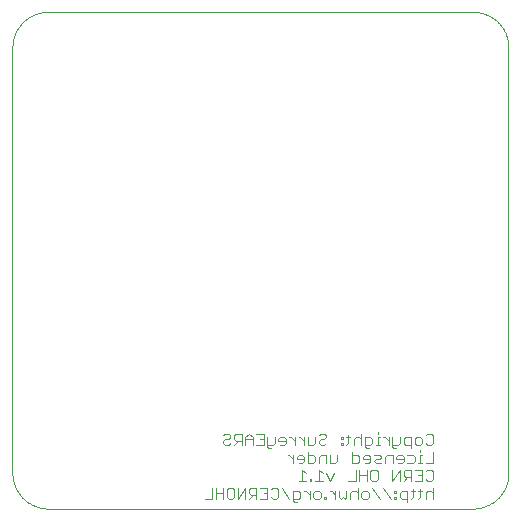
<source format=gbo>
G75*
%MOIN*%
%OFA0B0*%
%FSLAX25Y25*%
%IPPOS*%
%LPD*%
%AMOC8*
5,1,8,0,0,1.08239X$1,22.5*
%
%ADD10C,0.00000*%
%ADD11C,0.00300*%
D10*
X0012831Y0001000D02*
X0154563Y0001000D01*
X0154563Y0000999D02*
X0154851Y0001005D01*
X0155139Y0001018D01*
X0155426Y0001038D01*
X0155712Y0001065D01*
X0155998Y0001098D01*
X0156283Y0001139D01*
X0156567Y0001186D01*
X0156850Y0001240D01*
X0157131Y0001301D01*
X0157411Y0001369D01*
X0157689Y0001444D01*
X0157965Y0001525D01*
X0158239Y0001613D01*
X0158511Y0001707D01*
X0158780Y0001808D01*
X0159047Y0001916D01*
X0159312Y0002030D01*
X0159573Y0002150D01*
X0159831Y0002277D01*
X0160087Y0002409D01*
X0160339Y0002548D01*
X0160588Y0002693D01*
X0160833Y0002844D01*
X0161074Y0003001D01*
X0161311Y0003164D01*
X0161545Y0003332D01*
X0161774Y0003506D01*
X0161999Y0003685D01*
X0162220Y0003870D01*
X0162436Y0004060D01*
X0162648Y0004255D01*
X0162854Y0004455D01*
X0163056Y0004660D01*
X0163253Y0004870D01*
X0163445Y0005085D01*
X0163631Y0005304D01*
X0163812Y0005528D01*
X0163988Y0005756D01*
X0164158Y0005988D01*
X0164322Y0006225D01*
X0164481Y0006465D01*
X0164634Y0006709D01*
X0164781Y0006956D01*
X0164921Y0007207D01*
X0165056Y0007461D01*
X0165185Y0007719D01*
X0165307Y0007980D01*
X0165423Y0008243D01*
X0165532Y0008509D01*
X0165636Y0008778D01*
X0165732Y0009049D01*
X0165822Y0009322D01*
X0165905Y0009598D01*
X0165982Y0009875D01*
X0166052Y0010154D01*
X0166115Y0010435D01*
X0166172Y0010717D01*
X0166221Y0011001D01*
X0166264Y0011286D01*
X0166300Y0011571D01*
X0166328Y0011858D01*
X0166350Y0012144D01*
X0166365Y0012432D01*
X0166373Y0012720D01*
X0166375Y0013007D01*
X0166374Y0013008D02*
X0166374Y0154740D01*
X0166371Y0155025D01*
X0166360Y0155311D01*
X0166343Y0155596D01*
X0166319Y0155880D01*
X0166288Y0156164D01*
X0166250Y0156447D01*
X0166205Y0156728D01*
X0166154Y0157009D01*
X0166096Y0157289D01*
X0166031Y0157567D01*
X0165959Y0157843D01*
X0165881Y0158117D01*
X0165796Y0158390D01*
X0165704Y0158660D01*
X0165606Y0158928D01*
X0165502Y0159194D01*
X0165391Y0159457D01*
X0165274Y0159717D01*
X0165151Y0159975D01*
X0165021Y0160229D01*
X0164885Y0160480D01*
X0164744Y0160728D01*
X0164596Y0160972D01*
X0164443Y0161213D01*
X0164283Y0161449D01*
X0164118Y0161682D01*
X0163948Y0161911D01*
X0163772Y0162136D01*
X0163590Y0162356D01*
X0163404Y0162572D01*
X0163212Y0162783D01*
X0163015Y0162990D01*
X0162813Y0163192D01*
X0162606Y0163389D01*
X0162395Y0163581D01*
X0162179Y0163767D01*
X0161959Y0163949D01*
X0161734Y0164125D01*
X0161505Y0164295D01*
X0161272Y0164460D01*
X0161036Y0164620D01*
X0160795Y0164773D01*
X0160551Y0164921D01*
X0160303Y0165062D01*
X0160052Y0165198D01*
X0159798Y0165328D01*
X0159540Y0165451D01*
X0159280Y0165568D01*
X0159017Y0165679D01*
X0158751Y0165783D01*
X0158483Y0165881D01*
X0158213Y0165973D01*
X0157940Y0166058D01*
X0157666Y0166136D01*
X0157390Y0166208D01*
X0157112Y0166273D01*
X0156832Y0166331D01*
X0156551Y0166382D01*
X0156270Y0166427D01*
X0155987Y0166465D01*
X0155703Y0166496D01*
X0155419Y0166520D01*
X0155134Y0166537D01*
X0154848Y0166548D01*
X0154563Y0166551D01*
X0012831Y0166551D01*
X0012546Y0166548D01*
X0012260Y0166537D01*
X0011975Y0166520D01*
X0011691Y0166496D01*
X0011407Y0166465D01*
X0011124Y0166427D01*
X0010843Y0166382D01*
X0010562Y0166331D01*
X0010282Y0166273D01*
X0010004Y0166208D01*
X0009728Y0166136D01*
X0009454Y0166058D01*
X0009181Y0165973D01*
X0008911Y0165881D01*
X0008643Y0165783D01*
X0008377Y0165679D01*
X0008114Y0165568D01*
X0007854Y0165451D01*
X0007596Y0165328D01*
X0007342Y0165198D01*
X0007091Y0165062D01*
X0006843Y0164921D01*
X0006599Y0164773D01*
X0006358Y0164620D01*
X0006122Y0164460D01*
X0005889Y0164295D01*
X0005660Y0164125D01*
X0005435Y0163949D01*
X0005215Y0163767D01*
X0004999Y0163581D01*
X0004788Y0163389D01*
X0004581Y0163192D01*
X0004379Y0162990D01*
X0004182Y0162783D01*
X0003990Y0162572D01*
X0003804Y0162356D01*
X0003622Y0162136D01*
X0003446Y0161911D01*
X0003276Y0161682D01*
X0003111Y0161449D01*
X0002951Y0161213D01*
X0002798Y0160972D01*
X0002650Y0160728D01*
X0002509Y0160480D01*
X0002373Y0160229D01*
X0002243Y0159975D01*
X0002120Y0159717D01*
X0002003Y0159457D01*
X0001892Y0159194D01*
X0001788Y0158928D01*
X0001690Y0158660D01*
X0001598Y0158390D01*
X0001513Y0158117D01*
X0001435Y0157843D01*
X0001363Y0157567D01*
X0001298Y0157289D01*
X0001240Y0157009D01*
X0001189Y0156728D01*
X0001144Y0156447D01*
X0001106Y0156164D01*
X0001075Y0155880D01*
X0001051Y0155596D01*
X0001034Y0155311D01*
X0001023Y0155025D01*
X0001020Y0154740D01*
X0001020Y0013008D01*
X0001019Y0013007D02*
X0001021Y0012720D01*
X0001029Y0012432D01*
X0001044Y0012144D01*
X0001066Y0011858D01*
X0001094Y0011571D01*
X0001130Y0011286D01*
X0001173Y0011001D01*
X0001222Y0010717D01*
X0001279Y0010435D01*
X0001342Y0010154D01*
X0001412Y0009875D01*
X0001489Y0009598D01*
X0001572Y0009322D01*
X0001662Y0009049D01*
X0001758Y0008778D01*
X0001862Y0008509D01*
X0001971Y0008243D01*
X0002087Y0007980D01*
X0002209Y0007719D01*
X0002338Y0007461D01*
X0002473Y0007207D01*
X0002613Y0006956D01*
X0002760Y0006709D01*
X0002913Y0006465D01*
X0003072Y0006225D01*
X0003236Y0005988D01*
X0003406Y0005756D01*
X0003582Y0005528D01*
X0003763Y0005304D01*
X0003949Y0005085D01*
X0004141Y0004870D01*
X0004338Y0004660D01*
X0004540Y0004455D01*
X0004746Y0004255D01*
X0004958Y0004060D01*
X0005174Y0003870D01*
X0005395Y0003685D01*
X0005620Y0003506D01*
X0005849Y0003332D01*
X0006083Y0003164D01*
X0006320Y0003001D01*
X0006561Y0002844D01*
X0006806Y0002693D01*
X0007055Y0002548D01*
X0007307Y0002409D01*
X0007563Y0002277D01*
X0007821Y0002150D01*
X0008082Y0002030D01*
X0008347Y0001916D01*
X0008614Y0001808D01*
X0008883Y0001707D01*
X0009155Y0001613D01*
X0009429Y0001525D01*
X0009705Y0001444D01*
X0009983Y0001369D01*
X0010263Y0001301D01*
X0010544Y0001240D01*
X0010827Y0001186D01*
X0011111Y0001139D01*
X0011396Y0001098D01*
X0011682Y0001065D01*
X0011968Y0001038D01*
X0012255Y0001018D01*
X0012543Y0001005D01*
X0012831Y0000999D01*
D11*
X0065092Y0004300D02*
X0067561Y0004300D01*
X0067561Y0008003D01*
X0068776Y0008003D02*
X0068776Y0004300D01*
X0068776Y0006151D02*
X0071244Y0006151D01*
X0072459Y0004917D02*
X0072459Y0007386D01*
X0073076Y0008003D01*
X0074310Y0008003D01*
X0074927Y0007386D01*
X0074927Y0004917D01*
X0074310Y0004300D01*
X0073076Y0004300D01*
X0072459Y0004917D01*
X0071244Y0004300D02*
X0071244Y0008003D01*
X0076142Y0008003D02*
X0076142Y0004300D01*
X0078611Y0008003D01*
X0078611Y0004300D01*
X0079825Y0004300D02*
X0081059Y0005534D01*
X0080442Y0005534D02*
X0082294Y0005534D01*
X0082294Y0004300D02*
X0082294Y0008003D01*
X0080442Y0008003D01*
X0079825Y0007386D01*
X0079825Y0006151D01*
X0080442Y0005534D01*
X0083508Y0004300D02*
X0085977Y0004300D01*
X0085977Y0008003D01*
X0083508Y0008003D01*
X0084742Y0006151D02*
X0085977Y0006151D01*
X0087191Y0004917D02*
X0087808Y0004300D01*
X0089043Y0004300D01*
X0089660Y0004917D01*
X0089660Y0007386D01*
X0089043Y0008003D01*
X0087808Y0008003D01*
X0087191Y0007386D01*
X0090874Y0008003D02*
X0093343Y0004300D01*
X0094558Y0004300D02*
X0096409Y0004300D01*
X0097026Y0004917D01*
X0097026Y0006151D01*
X0096409Y0006768D01*
X0094558Y0006768D01*
X0094558Y0003682D01*
X0095175Y0003065D01*
X0095792Y0003065D01*
X0100096Y0004300D02*
X0100096Y0006768D01*
X0100096Y0005534D02*
X0098861Y0006768D01*
X0098244Y0006768D01*
X0101310Y0006151D02*
X0101310Y0004917D01*
X0101927Y0004300D01*
X0103162Y0004300D01*
X0103779Y0004917D01*
X0103779Y0006151D01*
X0103162Y0006768D01*
X0101927Y0006768D01*
X0101310Y0006151D01*
X0105003Y0004917D02*
X0105003Y0004300D01*
X0105620Y0004300D01*
X0105620Y0004917D01*
X0105003Y0004917D01*
X0106838Y0006768D02*
X0107455Y0006768D01*
X0108690Y0005534D01*
X0108690Y0004300D02*
X0108690Y0006768D01*
X0109904Y0006768D02*
X0109904Y0004917D01*
X0110521Y0004300D01*
X0111138Y0004917D01*
X0111756Y0004300D01*
X0112373Y0004917D01*
X0112373Y0006768D01*
X0113587Y0006151D02*
X0113587Y0004300D01*
X0113587Y0006151D02*
X0114204Y0006768D01*
X0115439Y0006768D01*
X0116056Y0006151D01*
X0117270Y0006151D02*
X0117270Y0004917D01*
X0117887Y0004300D01*
X0119122Y0004300D01*
X0119739Y0004917D01*
X0119739Y0006151D01*
X0119122Y0006768D01*
X0117887Y0006768D01*
X0117270Y0006151D01*
X0116056Y0004300D02*
X0116056Y0008003D01*
X0116656Y0010300D02*
X0116656Y0014003D01*
X0115442Y0014003D02*
X0115442Y0010300D01*
X0112973Y0010300D01*
X0116656Y0012151D02*
X0119125Y0012151D01*
X0120340Y0010917D02*
X0120340Y0013386D01*
X0120957Y0014003D01*
X0122191Y0014003D01*
X0122808Y0013386D01*
X0122808Y0010917D01*
X0122191Y0010300D01*
X0120957Y0010300D01*
X0120340Y0010917D01*
X0119125Y0010300D02*
X0119125Y0014003D01*
X0119736Y0016300D02*
X0118501Y0016300D01*
X0119736Y0016300D02*
X0120353Y0016917D01*
X0120353Y0018151D01*
X0119736Y0018768D01*
X0118501Y0018768D01*
X0117884Y0018151D01*
X0117884Y0017534D01*
X0120353Y0017534D01*
X0121567Y0016917D02*
X0122184Y0016300D01*
X0124036Y0016300D01*
X0125250Y0016300D02*
X0125250Y0018151D01*
X0125868Y0018768D01*
X0127719Y0018768D01*
X0127719Y0016300D01*
X0128934Y0017534D02*
X0131402Y0017534D01*
X0131402Y0018151D02*
X0130785Y0018768D01*
X0129551Y0018768D01*
X0128934Y0018151D01*
X0128934Y0017534D01*
X0129551Y0016300D02*
X0130785Y0016300D01*
X0131402Y0016917D01*
X0131402Y0018151D01*
X0132617Y0018768D02*
X0134468Y0018768D01*
X0135085Y0018151D01*
X0135085Y0016917D01*
X0134468Y0016300D01*
X0132617Y0016300D01*
X0132006Y0014003D02*
X0131389Y0013386D01*
X0131389Y0012151D01*
X0132006Y0011534D01*
X0133858Y0011534D01*
X0133858Y0010300D02*
X0133858Y0014003D01*
X0132006Y0014003D01*
X0130175Y0014003D02*
X0127706Y0010300D01*
X0127706Y0014003D01*
X0130175Y0014003D02*
X0130175Y0010300D01*
X0131389Y0010300D02*
X0132623Y0011534D01*
X0135072Y0010300D02*
X0137541Y0010300D01*
X0137541Y0014003D01*
X0135072Y0014003D01*
X0136306Y0012151D02*
X0137541Y0012151D01*
X0138755Y0010917D02*
X0139372Y0010300D01*
X0140607Y0010300D01*
X0141224Y0010917D01*
X0141224Y0013386D01*
X0140607Y0014003D01*
X0139372Y0014003D01*
X0138755Y0013386D01*
X0138755Y0016300D02*
X0141224Y0016300D01*
X0141224Y0020003D01*
X0140607Y0022300D02*
X0139372Y0022300D01*
X0138755Y0022917D01*
X0137541Y0022917D02*
X0136924Y0022300D01*
X0135689Y0022300D01*
X0135072Y0022917D01*
X0135072Y0024151D01*
X0135689Y0024768D01*
X0136924Y0024768D01*
X0137541Y0024151D01*
X0137541Y0022917D01*
X0136924Y0020620D02*
X0136924Y0020003D01*
X0136924Y0018768D02*
X0136924Y0016300D01*
X0137541Y0016300D02*
X0136306Y0016300D01*
X0136924Y0018768D02*
X0137541Y0018768D01*
X0140607Y0022300D02*
X0141224Y0022917D01*
X0141224Y0025386D01*
X0140607Y0026003D01*
X0139372Y0026003D01*
X0138755Y0025386D01*
X0133858Y0024768D02*
X0133858Y0021065D01*
X0133858Y0022300D02*
X0132006Y0022300D01*
X0131389Y0022917D01*
X0131389Y0024151D01*
X0132006Y0024768D01*
X0133858Y0024768D01*
X0130175Y0024768D02*
X0130175Y0022917D01*
X0129557Y0022300D01*
X0127706Y0022300D01*
X0127706Y0021682D02*
X0128323Y0021065D01*
X0128940Y0021065D01*
X0127706Y0021682D02*
X0127706Y0024768D01*
X0126491Y0024768D02*
X0126491Y0022300D01*
X0126491Y0023534D02*
X0125257Y0024768D01*
X0124640Y0024768D01*
X0123422Y0024768D02*
X0122805Y0024768D01*
X0122805Y0022300D01*
X0123422Y0022300D02*
X0122188Y0022300D01*
X0120967Y0022917D02*
X0120350Y0022300D01*
X0118498Y0022300D01*
X0118498Y0021682D02*
X0118498Y0024768D01*
X0120350Y0024768D01*
X0120967Y0024151D01*
X0120967Y0022917D01*
X0119732Y0021065D02*
X0119115Y0021065D01*
X0118498Y0021682D01*
X0117284Y0022300D02*
X0117284Y0026003D01*
X0116666Y0024768D02*
X0115432Y0024768D01*
X0114815Y0024151D01*
X0114815Y0022300D01*
X0112983Y0022917D02*
X0112366Y0022300D01*
X0112983Y0022917D02*
X0112983Y0025386D01*
X0113600Y0024768D02*
X0112366Y0024768D01*
X0111145Y0024768D02*
X0111145Y0024151D01*
X0110528Y0024151D01*
X0110528Y0024768D01*
X0111145Y0024768D01*
X0111145Y0022917D02*
X0111145Y0022300D01*
X0110528Y0022300D01*
X0110528Y0022917D01*
X0111145Y0022917D01*
X0114201Y0020003D02*
X0114201Y0016300D01*
X0116053Y0016300D01*
X0116670Y0016917D01*
X0116670Y0018151D01*
X0116053Y0018768D01*
X0114201Y0018768D01*
X0109303Y0018768D02*
X0109303Y0016917D01*
X0108686Y0016300D01*
X0106835Y0016300D01*
X0106835Y0018768D01*
X0105620Y0018768D02*
X0103769Y0018768D01*
X0103152Y0018151D01*
X0103152Y0016300D01*
X0101937Y0016917D02*
X0101937Y0018151D01*
X0101320Y0018768D01*
X0099468Y0018768D01*
X0099468Y0020003D02*
X0099468Y0016300D01*
X0101320Y0016300D01*
X0101937Y0016917D01*
X0103158Y0014003D02*
X0103158Y0010300D01*
X0101924Y0010300D02*
X0104393Y0010300D01*
X0106841Y0010300D02*
X0105607Y0012768D01*
X0104393Y0012768D02*
X0103158Y0014003D01*
X0105620Y0016300D02*
X0105620Y0018768D01*
X0105003Y0022300D02*
X0103769Y0022300D01*
X0103152Y0022917D01*
X0103152Y0023534D01*
X0103769Y0024151D01*
X0105003Y0024151D01*
X0105620Y0024768D01*
X0105620Y0025386D01*
X0105003Y0026003D01*
X0103769Y0026003D01*
X0103152Y0025386D01*
X0101937Y0024768D02*
X0101937Y0022917D01*
X0101320Y0022300D01*
X0099468Y0022300D01*
X0099468Y0024768D01*
X0098254Y0024768D02*
X0098254Y0022300D01*
X0098254Y0023534D02*
X0097020Y0024768D01*
X0096402Y0024768D01*
X0095185Y0024768D02*
X0095185Y0022300D01*
X0095185Y0023534D02*
X0093950Y0024768D01*
X0093333Y0024768D01*
X0092115Y0024151D02*
X0091498Y0024768D01*
X0090264Y0024768D01*
X0089647Y0024151D01*
X0089647Y0023534D01*
X0092115Y0023534D01*
X0092115Y0022917D02*
X0092115Y0024151D01*
X0092115Y0022917D02*
X0091498Y0022300D01*
X0090264Y0022300D01*
X0088432Y0022917D02*
X0088432Y0024768D01*
X0088432Y0022917D02*
X0087815Y0022300D01*
X0085964Y0022300D01*
X0085964Y0021682D02*
X0086581Y0021065D01*
X0087198Y0021065D01*
X0085964Y0021682D02*
X0085964Y0024768D01*
X0084749Y0024151D02*
X0083515Y0024151D01*
X0084749Y0022300D02*
X0082280Y0022300D01*
X0081066Y0022300D02*
X0081066Y0024768D01*
X0079832Y0026003D01*
X0078597Y0024768D01*
X0078597Y0022300D01*
X0077383Y0022300D02*
X0077383Y0026003D01*
X0075531Y0026003D01*
X0074914Y0025386D01*
X0074914Y0024151D01*
X0075531Y0023534D01*
X0077383Y0023534D01*
X0076148Y0023534D02*
X0074914Y0022300D01*
X0073700Y0022917D02*
X0073083Y0022300D01*
X0071848Y0022300D01*
X0071231Y0022917D01*
X0071231Y0023534D01*
X0071848Y0024151D01*
X0073083Y0024151D01*
X0073700Y0024768D01*
X0073700Y0025386D01*
X0073083Y0026003D01*
X0071848Y0026003D01*
X0071231Y0025386D01*
X0078597Y0024151D02*
X0081066Y0024151D01*
X0082280Y0026003D02*
X0084749Y0026003D01*
X0084749Y0022300D01*
X0092719Y0018768D02*
X0093336Y0018768D01*
X0094571Y0017534D01*
X0095785Y0017534D02*
X0098254Y0017534D01*
X0098254Y0018151D02*
X0097637Y0018768D01*
X0096402Y0018768D01*
X0095785Y0018151D01*
X0095785Y0017534D01*
X0096402Y0016300D02*
X0097637Y0016300D01*
X0098254Y0016917D01*
X0098254Y0018151D01*
X0094571Y0018768D02*
X0094571Y0016300D01*
X0097633Y0014003D02*
X0097633Y0010300D01*
X0096399Y0010300D02*
X0098868Y0010300D01*
X0100092Y0010300D02*
X0100709Y0010300D01*
X0100709Y0010917D01*
X0100092Y0010917D01*
X0100092Y0010300D01*
X0098868Y0012768D02*
X0097633Y0014003D01*
X0106841Y0010300D02*
X0108076Y0012768D01*
X0105003Y0022300D02*
X0105620Y0022917D01*
X0116666Y0024768D02*
X0117284Y0024151D01*
X0122805Y0026003D02*
X0122805Y0026620D01*
X0123419Y0018768D02*
X0121567Y0018768D01*
X0122184Y0017534D02*
X0123419Y0017534D01*
X0124036Y0018151D01*
X0123419Y0018768D01*
X0122184Y0017534D02*
X0121567Y0016917D01*
X0120953Y0008003D02*
X0123422Y0004300D01*
X0127105Y0004300D02*
X0124637Y0008003D01*
X0128330Y0006768D02*
X0128330Y0006151D01*
X0128947Y0006151D01*
X0128947Y0006768D01*
X0128330Y0006768D01*
X0130161Y0006151D02*
X0130161Y0004917D01*
X0130778Y0004300D01*
X0132630Y0004300D01*
X0133851Y0004300D02*
X0134468Y0004917D01*
X0134468Y0007386D01*
X0135085Y0006768D02*
X0133851Y0006768D01*
X0132630Y0006768D02*
X0130778Y0006768D01*
X0130161Y0006151D01*
X0128947Y0004917D02*
X0128330Y0004917D01*
X0128330Y0004300D01*
X0128947Y0004300D01*
X0128947Y0004917D01*
X0132630Y0006768D02*
X0132630Y0003065D01*
X0136306Y0004300D02*
X0136924Y0004917D01*
X0136924Y0007386D01*
X0137541Y0006768D02*
X0136306Y0006768D01*
X0138755Y0006151D02*
X0138755Y0004300D01*
X0138755Y0006151D02*
X0139372Y0006768D01*
X0140607Y0006768D01*
X0141224Y0006151D01*
X0141224Y0004300D02*
X0141224Y0008003D01*
M02*

</source>
